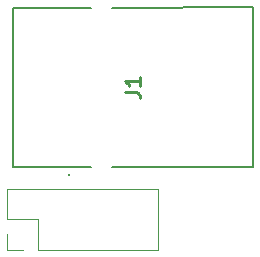
<source format=gbr>
%TF.GenerationSoftware,KiCad,Pcbnew,7.0.7*%
%TF.CreationDate,2023-11-14T16:51:01-06:00*%
%TF.ProjectId,Serial_To_RJ45,53657269-616c-45f5-946f-5f524a34352e,rev?*%
%TF.SameCoordinates,Original*%
%TF.FileFunction,Legend,Top*%
%TF.FilePolarity,Positive*%
%FSLAX46Y46*%
G04 Gerber Fmt 4.6, Leading zero omitted, Abs format (unit mm)*
G04 Created by KiCad (PCBNEW 7.0.7) date 2023-11-14 16:51:01*
%MOMM*%
%LPD*%
G01*
G04 APERTURE LIST*
%ADD10C,0.254000*%
%ADD11C,0.120000*%
%ADD12C,0.200000*%
G04 APERTURE END LIST*
D10*
X203000764Y-110095385D02*
X203907907Y-110095385D01*
X203907907Y-110095385D02*
X204089335Y-110155862D01*
X204089335Y-110155862D02*
X204210288Y-110276814D01*
X204210288Y-110276814D02*
X204270764Y-110458243D01*
X204270764Y-110458243D02*
X204270764Y-110579195D01*
X204270764Y-108825385D02*
X204270764Y-109551100D01*
X204270764Y-109188243D02*
X203000764Y-109188243D01*
X203000764Y-109188243D02*
X203182192Y-109309195D01*
X203182192Y-109309195D02*
X203303145Y-109430147D01*
X203303145Y-109430147D02*
X203363621Y-109551100D01*
D11*
%TO.C,J2*%
X192990416Y-123486440D02*
X192990416Y-122156440D01*
X194320416Y-123486440D02*
X192990416Y-123486440D01*
X195590416Y-123486440D02*
X205810416Y-123486440D01*
X195590416Y-123486440D02*
X195590416Y-120886440D01*
X205810416Y-123486440D02*
X205810416Y-118286440D01*
X192990416Y-120886440D02*
X192990416Y-118286440D01*
X195590416Y-120886440D02*
X192990416Y-120886440D01*
X192990416Y-118286440D02*
X205810416Y-118286440D01*
D12*
%TO.C,J1*%
X198246446Y-117142053D02*
X198246446Y-117142053D01*
X198246446Y-117142053D02*
X198246446Y-117142053D01*
X198246446Y-117042053D02*
X198246446Y-117042053D01*
X193546446Y-116447053D02*
X193546446Y-102947053D01*
X200096446Y-116447053D02*
X193546446Y-116447053D01*
X213846446Y-116447053D02*
X201896446Y-116447053D01*
X193546446Y-102947053D02*
X200096446Y-102947053D01*
X201896446Y-102947053D02*
X213846446Y-102897053D01*
X213846446Y-102897053D02*
X213846446Y-116447053D01*
X198246446Y-117042053D02*
G75*
G03*
X198246446Y-117142053I0J-50000D01*
G01*
X198246446Y-117142053D02*
G75*
G03*
X198246446Y-117042053I0J50000D01*
G01*
X198246446Y-117142053D02*
G75*
G03*
X198246446Y-117042053I0J50000D01*
G01*
%TD*%
M02*

</source>
